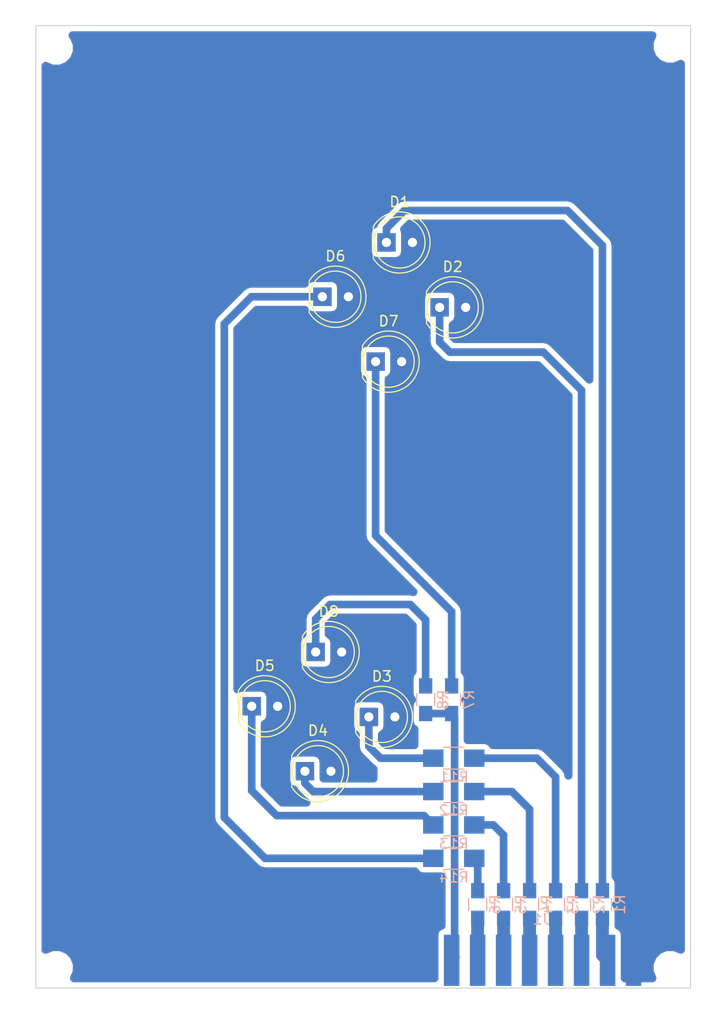
<source format=kicad_pcb>
(kicad_pcb (version 4) (host pcbnew 4.0.7)

  (general
    (links 28)
    (no_connects 0)
    (area -67.5 -2.5 2.500001 97.500001)
    (thickness 1.6)
    (drawings 4)
    (tracks 59)
    (zones 0)
    (modules 25)
    (nets 21)
  )

  (page A4)
  (layers
    (0 F.Cu signal)
    (31 B.Cu signal)
    (32 B.Adhes user)
    (33 F.Adhes user)
    (34 B.Paste user)
    (35 F.Paste user)
    (36 B.SilkS user)
    (37 F.SilkS user)
    (38 B.Mask user)
    (39 F.Mask user)
    (40 Dwgs.User user)
    (41 Cmts.User user)
    (42 Eco1.User user)
    (43 Eco2.User user)
    (44 Edge.Cuts user)
    (45 Margin user)
    (46 B.CrtYd user)
    (47 F.CrtYd user)
    (48 B.Fab user)
    (49 F.Fab user)
  )

  (setup
    (last_trace_width 0.75)
    (user_trace_width 0.5)
    (user_trace_width 0.75)
    (user_trace_width 1)
    (user_trace_width 1.25)
    (user_trace_width 1.5)
    (trace_clearance 0.4)
    (zone_clearance 0.508)
    (zone_45_only no)
    (trace_min 0.2)
    (segment_width 0.2)
    (edge_width 0.2)
    (via_size 0.6)
    (via_drill 0.4)
    (via_min_size 0.4)
    (via_min_drill 0.3)
    (uvia_size 0.3)
    (uvia_drill 0.1)
    (uvias_allowed no)
    (uvia_min_size 0.2)
    (uvia_min_drill 0.1)
    (pcb_text_width 0.3)
    (pcb_text_size 1.5 1.5)
    (mod_edge_width 0.15)
    (mod_text_size 1 1)
    (mod_text_width 0.15)
    (pad_size 1.524 1.524)
    (pad_drill 0.762)
    (pad_to_mask_clearance 0.2)
    (aux_axis_origin 0 0)
    (visible_elements 7FFFFFFF)
    (pcbplotparams
      (layerselection 0x00030_80000001)
      (usegerberextensions false)
      (excludeedgelayer true)
      (linewidth 0.100000)
      (plotframeref false)
      (viasonmask false)
      (mode 1)
      (useauxorigin false)
      (hpglpennumber 1)
      (hpglpenspeed 20)
      (hpglpendiameter 15)
      (hpglpenoverlay 2)
      (psnegative false)
      (psa4output false)
      (plotreference true)
      (plotvalue true)
      (plotinvisibletext false)
      (padsonsilk false)
      (subtractmaskfromsilk false)
      (outputformat 1)
      (mirror false)
      (drillshape 0)
      (scaleselection 1)
      (outputdirectory images/))
  )

  (net 0 "")
  (net 1 VCC)
  (net 2 "Net-(D1-Pad1)")
  (net 3 "Net-(D2-Pad1)")
  (net 4 "Net-(D3-Pad1)")
  (net 5 "Net-(D4-Pad1)")
  (net 6 "Net-(D5-Pad1)")
  (net 7 "Net-(D6-Pad1)")
  (net 8 "Net-(D7-Pad1)")
  (net 9 "Net-(D8-Pad1)")
  (net 10 /SEG_A)
  (net 11 /SEG_B)
  (net 12 /SEG_C)
  (net 13 /SEG_D)
  (net 14 /SEG_E)
  (net 15 /SEG_F)
  (net 16 /SEG_G)
  (net 17 "Net-(R11-Pad2)")
  (net 18 "Net-(R12-Pad2)")
  (net 19 "Net-(R13-Pad2)")
  (net 20 "Net-(R14-Pad2)")

  (net_class Default "This is the default net class."
    (clearance 0.4)
    (trace_width 0.25)
    (via_dia 0.6)
    (via_drill 0.4)
    (uvia_dia 0.3)
    (uvia_drill 0.1)
    (add_net /SEG_A)
    (add_net /SEG_B)
    (add_net /SEG_C)
    (add_net /SEG_D)
    (add_net /SEG_E)
    (add_net /SEG_F)
    (add_net /SEG_G)
    (add_net "Net-(D1-Pad1)")
    (add_net "Net-(D2-Pad1)")
    (add_net "Net-(D3-Pad1)")
    (add_net "Net-(D4-Pad1)")
    (add_net "Net-(D5-Pad1)")
    (add_net "Net-(D6-Pad1)")
    (add_net "Net-(D7-Pad1)")
    (add_net "Net-(D8-Pad1)")
    (add_net "Net-(R11-Pad2)")
    (add_net "Net-(R12-Pad2)")
    (add_net "Net-(R13-Pad2)")
    (add_net "Net-(R14-Pad2)")
    (add_net VCC)
  )

  (module Mounting_Holes:MountingHole_2.2mm_M2 (layer F.Cu) (tedit 5B1DC228) (tstamp 5B1DC51C)
    (at -2 92)
    (descr "Mounting Hole 2.2mm, no annular, M2")
    (tags "mounting hole 2.2mm no annular m2")
    (attr virtual)
    (fp_text reference REF** (at 0 -3.2) (layer F.SilkS) hide
      (effects (font (size 1 1) (thickness 0.15)))
    )
    (fp_text value MountingHole_2.2mm_M2 (at 0 0) (layer F.Fab) hide
      (effects (font (size 0.2 0.2) (thickness 0.05)))
    )
    (fp_text user %R (at 0.3 0) (layer F.Fab)
      (effects (font (size 1 1) (thickness 0.15)))
    )
    (fp_circle (center 0 0) (end 2.2 0) (layer Cmts.User) (width 0.15))
    (fp_circle (center 0 0) (end 2.45 0) (layer F.CrtYd) (width 0.05))
    (pad 1 np_thru_hole circle (at 0 0) (size 2.2 2.2) (drill 2.2) (layers *.Cu *.Mask))
  )

  (module Mounting_Holes:MountingHole_2.2mm_M2 (layer F.Cu) (tedit 5B1DC228) (tstamp 5B1DC279)
    (at -62 92)
    (descr "Mounting Hole 2.2mm, no annular, M2")
    (tags "mounting hole 2.2mm no annular m2")
    (attr virtual)
    (fp_text reference REF** (at 0 -3.2) (layer F.SilkS) hide
      (effects (font (size 1 1) (thickness 0.15)))
    )
    (fp_text value MountingHole_2.2mm_M2 (at 0 0) (layer F.Fab) hide
      (effects (font (size 0.2 0.2) (thickness 0.05)))
    )
    (fp_text user %R (at 0.3 0) (layer F.Fab)
      (effects (font (size 1 1) (thickness 0.15)))
    )
    (fp_circle (center 0 0) (end 2.2 0) (layer Cmts.User) (width 0.15))
    (fp_circle (center 0 0) (end 2.45 0) (layer F.CrtYd) (width 0.05))
    (pad 1 np_thru_hole circle (at 0 0) (size 2.2 2.2) (drill 2.2) (layers *.Cu *.Mask))
  )

  (module Mounting_Holes:MountingHole_2.2mm_M2 (layer F.Cu) (tedit 5B1DC228) (tstamp 5B1DC25E)
    (at -2 2)
    (descr "Mounting Hole 2.2mm, no annular, M2")
    (tags "mounting hole 2.2mm no annular m2")
    (attr virtual)
    (fp_text reference REF** (at 0 -3.2) (layer F.SilkS) hide
      (effects (font (size 1 1) (thickness 0.15)))
    )
    (fp_text value MountingHole_2.2mm_M2 (at 0 0) (layer F.Fab) hide
      (effects (font (size 0.2 0.2) (thickness 0.05)))
    )
    (fp_text user %R (at 0.3 0) (layer F.Fab)
      (effects (font (size 1 1) (thickness 0.15)))
    )
    (fp_circle (center 0 0) (end 2.2 0) (layer Cmts.User) (width 0.15))
    (fp_circle (center 0 0) (end 2.45 0) (layer F.CrtYd) (width 0.05))
    (pad 1 np_thru_hole circle (at 0 0) (size 2.2 2.2) (drill 2.2) (layers *.Cu *.Mask))
  )

  (module LEDs:LED_D5.0mm locked (layer F.Cu) (tedit 5995936A) (tstamp 5B1DB61D)
    (at -29.73 21.18)
    (descr "LED, diameter 5.0mm, 2 pins, http://cdn-reichelt.de/documents/datenblatt/A500/LL-504BC2E-009.pdf")
    (tags "LED diameter 5.0mm 2 pins")
    (path /5B187ADA)
    (fp_text reference D1 (at 1.27 -3.96) (layer F.SilkS)
      (effects (font (size 1 1) (thickness 0.15)))
    )
    (fp_text value A (at 1.27 3.96) (layer F.Fab)
      (effects (font (size 1 1) (thickness 0.15)))
    )
    (fp_arc (start 1.27 0) (end -1.23 -1.469694) (angle 299.1) (layer F.Fab) (width 0.1))
    (fp_arc (start 1.27 0) (end -1.29 -1.54483) (angle 148.9) (layer F.SilkS) (width 0.12))
    (fp_arc (start 1.27 0) (end -1.29 1.54483) (angle -148.9) (layer F.SilkS) (width 0.12))
    (fp_circle (center 1.27 0) (end 3.77 0) (layer F.Fab) (width 0.1))
    (fp_circle (center 1.27 0) (end 3.77 0) (layer F.SilkS) (width 0.12))
    (fp_line (start -1.23 -1.469694) (end -1.23 1.469694) (layer F.Fab) (width 0.1))
    (fp_line (start -1.29 -1.545) (end -1.29 1.545) (layer F.SilkS) (width 0.12))
    (fp_line (start -1.95 -3.25) (end -1.95 3.25) (layer F.CrtYd) (width 0.05))
    (fp_line (start -1.95 3.25) (end 4.5 3.25) (layer F.CrtYd) (width 0.05))
    (fp_line (start 4.5 3.25) (end 4.5 -3.25) (layer F.CrtYd) (width 0.05))
    (fp_line (start 4.5 -3.25) (end -1.95 -3.25) (layer F.CrtYd) (width 0.05))
    (fp_text user %R (at 1.25 0) (layer F.Fab)
      (effects (font (size 0.8 0.8) (thickness 0.2)))
    )
    (pad 1 thru_hole rect (at 0 0) (size 1.8 1.8) (drill 0.9) (layers *.Cu *.Mask)
      (net 2 "Net-(D1-Pad1)"))
    (pad 2 thru_hole circle (at 2.54 0) (size 1.8 1.8) (drill 0.9) (layers *.Cu *.Mask)
      (net 1 VCC))
    (model ${KISYS3DMOD}/LEDs.3dshapes/LED_D5.0mm.wrl
      (at (xyz 0 0 0))
      (scale (xyz 0.393701 0.393701 0.393701))
      (rotate (xyz 0 0 0))
    )
  )

  (module LEDs:LED_D5.0mm locked (layer F.Cu) (tedit 5995936A) (tstamp 5B1DB623)
    (at -24.53 27.52)
    (descr "LED, diameter 5.0mm, 2 pins, http://cdn-reichelt.de/documents/datenblatt/A500/LL-504BC2E-009.pdf")
    (tags "LED diameter 5.0mm 2 pins")
    (path /5B194A88)
    (fp_text reference D2 (at 1.27 -3.96) (layer F.SilkS)
      (effects (font (size 1 1) (thickness 0.15)))
    )
    (fp_text value B (at 1.27 3.96) (layer F.Fab)
      (effects (font (size 1 1) (thickness 0.15)))
    )
    (fp_arc (start 1.27 0) (end -1.23 -1.469694) (angle 299.1) (layer F.Fab) (width 0.1))
    (fp_arc (start 1.27 0) (end -1.29 -1.54483) (angle 148.9) (layer F.SilkS) (width 0.12))
    (fp_arc (start 1.27 0) (end -1.29 1.54483) (angle -148.9) (layer F.SilkS) (width 0.12))
    (fp_circle (center 1.27 0) (end 3.77 0) (layer F.Fab) (width 0.1))
    (fp_circle (center 1.27 0) (end 3.77 0) (layer F.SilkS) (width 0.12))
    (fp_line (start -1.23 -1.469694) (end -1.23 1.469694) (layer F.Fab) (width 0.1))
    (fp_line (start -1.29 -1.545) (end -1.29 1.545) (layer F.SilkS) (width 0.12))
    (fp_line (start -1.95 -3.25) (end -1.95 3.25) (layer F.CrtYd) (width 0.05))
    (fp_line (start -1.95 3.25) (end 4.5 3.25) (layer F.CrtYd) (width 0.05))
    (fp_line (start 4.5 3.25) (end 4.5 -3.25) (layer F.CrtYd) (width 0.05))
    (fp_line (start 4.5 -3.25) (end -1.95 -3.25) (layer F.CrtYd) (width 0.05))
    (fp_text user %R (at 1.25 0) (layer F.Fab)
      (effects (font (size 0.8 0.8) (thickness 0.2)))
    )
    (pad 1 thru_hole rect (at 0 0) (size 1.8 1.8) (drill 0.9) (layers *.Cu *.Mask)
      (net 3 "Net-(D2-Pad1)"))
    (pad 2 thru_hole circle (at 2.54 0) (size 1.8 1.8) (drill 0.9) (layers *.Cu *.Mask)
      (net 1 VCC))
    (model ${KISYS3DMOD}/LEDs.3dshapes/LED_D5.0mm.wrl
      (at (xyz 0 0 0))
      (scale (xyz 0.393701 0.393701 0.393701))
      (rotate (xyz 0 0 0))
    )
  )

  (module LEDs:LED_D5.0mm locked (layer F.Cu) (tedit 5995936A) (tstamp 5B1DB629)
    (at -31.45 67.52)
    (descr "LED, diameter 5.0mm, 2 pins, http://cdn-reichelt.de/documents/datenblatt/A500/LL-504BC2E-009.pdf")
    (tags "LED diameter 5.0mm 2 pins")
    (path /5B194EAA)
    (fp_text reference D3 (at 1.27 -3.96) (layer F.SilkS)
      (effects (font (size 1 1) (thickness 0.15)))
    )
    (fp_text value C (at 1.27 3.96) (layer F.Fab)
      (effects (font (size 1 1) (thickness 0.15)))
    )
    (fp_arc (start 1.27 0) (end -1.23 -1.469694) (angle 299.1) (layer F.Fab) (width 0.1))
    (fp_arc (start 1.27 0) (end -1.29 -1.54483) (angle 148.9) (layer F.SilkS) (width 0.12))
    (fp_arc (start 1.27 0) (end -1.29 1.54483) (angle -148.9) (layer F.SilkS) (width 0.12))
    (fp_circle (center 1.27 0) (end 3.77 0) (layer F.Fab) (width 0.1))
    (fp_circle (center 1.27 0) (end 3.77 0) (layer F.SilkS) (width 0.12))
    (fp_line (start -1.23 -1.469694) (end -1.23 1.469694) (layer F.Fab) (width 0.1))
    (fp_line (start -1.29 -1.545) (end -1.29 1.545) (layer F.SilkS) (width 0.12))
    (fp_line (start -1.95 -3.25) (end -1.95 3.25) (layer F.CrtYd) (width 0.05))
    (fp_line (start -1.95 3.25) (end 4.5 3.25) (layer F.CrtYd) (width 0.05))
    (fp_line (start 4.5 3.25) (end 4.5 -3.25) (layer F.CrtYd) (width 0.05))
    (fp_line (start 4.5 -3.25) (end -1.95 -3.25) (layer F.CrtYd) (width 0.05))
    (fp_text user %R (at 1.25 0) (layer F.Fab)
      (effects (font (size 0.8 0.8) (thickness 0.2)))
    )
    (pad 1 thru_hole rect (at 0 0) (size 1.8 1.8) (drill 0.9) (layers *.Cu *.Mask)
      (net 4 "Net-(D3-Pad1)"))
    (pad 2 thru_hole circle (at 2.54 0) (size 1.8 1.8) (drill 0.9) (layers *.Cu *.Mask)
      (net 1 VCC))
    (model ${KISYS3DMOD}/LEDs.3dshapes/LED_D5.0mm.wrl
      (at (xyz 0 0 0))
      (scale (xyz 0.393701 0.393701 0.393701))
      (rotate (xyz 0 0 0))
    )
  )

  (module LEDs:LED_D5.0mm locked (layer F.Cu) (tedit 5995936A) (tstamp 5B1DB62F)
    (at -37.7 72.82)
    (descr "LED, diameter 5.0mm, 2 pins, http://cdn-reichelt.de/documents/datenblatt/A500/LL-504BC2E-009.pdf")
    (tags "LED diameter 5.0mm 2 pins")
    (path /5B194EE4)
    (fp_text reference D4 (at 1.27 -3.96) (layer F.SilkS)
      (effects (font (size 1 1) (thickness 0.15)))
    )
    (fp_text value D (at 1.27 3.96) (layer F.Fab)
      (effects (font (size 1 1) (thickness 0.15)))
    )
    (fp_arc (start 1.27 0) (end -1.23 -1.469694) (angle 299.1) (layer F.Fab) (width 0.1))
    (fp_arc (start 1.27 0) (end -1.29 -1.54483) (angle 148.9) (layer F.SilkS) (width 0.12))
    (fp_arc (start 1.27 0) (end -1.29 1.54483) (angle -148.9) (layer F.SilkS) (width 0.12))
    (fp_circle (center 1.27 0) (end 3.77 0) (layer F.Fab) (width 0.1))
    (fp_circle (center 1.27 0) (end 3.77 0) (layer F.SilkS) (width 0.12))
    (fp_line (start -1.23 -1.469694) (end -1.23 1.469694) (layer F.Fab) (width 0.1))
    (fp_line (start -1.29 -1.545) (end -1.29 1.545) (layer F.SilkS) (width 0.12))
    (fp_line (start -1.95 -3.25) (end -1.95 3.25) (layer F.CrtYd) (width 0.05))
    (fp_line (start -1.95 3.25) (end 4.5 3.25) (layer F.CrtYd) (width 0.05))
    (fp_line (start 4.5 3.25) (end 4.5 -3.25) (layer F.CrtYd) (width 0.05))
    (fp_line (start 4.5 -3.25) (end -1.95 -3.25) (layer F.CrtYd) (width 0.05))
    (fp_text user %R (at 1.25 0) (layer F.Fab)
      (effects (font (size 0.8 0.8) (thickness 0.2)))
    )
    (pad 1 thru_hole rect (at 0 0) (size 1.8 1.8) (drill 0.9) (layers *.Cu *.Mask)
      (net 5 "Net-(D4-Pad1)"))
    (pad 2 thru_hole circle (at 2.54 0) (size 1.8 1.8) (drill 0.9) (layers *.Cu *.Mask)
      (net 1 VCC))
    (model ${KISYS3DMOD}/LEDs.3dshapes/LED_D5.0mm.wrl
      (at (xyz 0 0 0))
      (scale (xyz 0.393701 0.393701 0.393701))
      (rotate (xyz 0 0 0))
    )
  )

  (module LEDs:LED_D5.0mm locked (layer F.Cu) (tedit 5995936A) (tstamp 5B1DB635)
    (at -42.9 66.48)
    (descr "LED, diameter 5.0mm, 2 pins, http://cdn-reichelt.de/documents/datenblatt/A500/LL-504BC2E-009.pdf")
    (tags "LED diameter 5.0mm 2 pins")
    (path /5B1956A6)
    (fp_text reference D5 (at 1.27 -3.96) (layer F.SilkS)
      (effects (font (size 1 1) (thickness 0.15)))
    )
    (fp_text value E (at 1.27 3.96) (layer F.Fab)
      (effects (font (size 1 1) (thickness 0.15)))
    )
    (fp_arc (start 1.27 0) (end -1.23 -1.469694) (angle 299.1) (layer F.Fab) (width 0.1))
    (fp_arc (start 1.27 0) (end -1.29 -1.54483) (angle 148.9) (layer F.SilkS) (width 0.12))
    (fp_arc (start 1.27 0) (end -1.29 1.54483) (angle -148.9) (layer F.SilkS) (width 0.12))
    (fp_circle (center 1.27 0) (end 3.77 0) (layer F.Fab) (width 0.1))
    (fp_circle (center 1.27 0) (end 3.77 0) (layer F.SilkS) (width 0.12))
    (fp_line (start -1.23 -1.469694) (end -1.23 1.469694) (layer F.Fab) (width 0.1))
    (fp_line (start -1.29 -1.545) (end -1.29 1.545) (layer F.SilkS) (width 0.12))
    (fp_line (start -1.95 -3.25) (end -1.95 3.25) (layer F.CrtYd) (width 0.05))
    (fp_line (start -1.95 3.25) (end 4.5 3.25) (layer F.CrtYd) (width 0.05))
    (fp_line (start 4.5 3.25) (end 4.5 -3.25) (layer F.CrtYd) (width 0.05))
    (fp_line (start 4.5 -3.25) (end -1.95 -3.25) (layer F.CrtYd) (width 0.05))
    (fp_text user %R (at 1.25 0) (layer F.Fab)
      (effects (font (size 0.8 0.8) (thickness 0.2)))
    )
    (pad 1 thru_hole rect (at 0 0) (size 1.8 1.8) (drill 0.9) (layers *.Cu *.Mask)
      (net 6 "Net-(D5-Pad1)"))
    (pad 2 thru_hole circle (at 2.54 0) (size 1.8 1.8) (drill 0.9) (layers *.Cu *.Mask)
      (net 1 VCC))
    (model ${KISYS3DMOD}/LEDs.3dshapes/LED_D5.0mm.wrl
      (at (xyz 0 0 0))
      (scale (xyz 0.393701 0.393701 0.393701))
      (rotate (xyz 0 0 0))
    )
  )

  (module LEDs:LED_D5.0mm locked (layer F.Cu) (tedit 5995936A) (tstamp 5B1DB63B)
    (at -35.99 26.48)
    (descr "LED, diameter 5.0mm, 2 pins, http://cdn-reichelt.de/documents/datenblatt/A500/LL-504BC2E-009.pdf")
    (tags "LED diameter 5.0mm 2 pins")
    (path /5B1956E0)
    (fp_text reference D6 (at 1.27 -3.96) (layer F.SilkS)
      (effects (font (size 1 1) (thickness 0.15)))
    )
    (fp_text value F (at 1.27 3.96) (layer F.Fab)
      (effects (font (size 1 1) (thickness 0.15)))
    )
    (fp_arc (start 1.27 0) (end -1.23 -1.469694) (angle 299.1) (layer F.Fab) (width 0.1))
    (fp_arc (start 1.27 0) (end -1.29 -1.54483) (angle 148.9) (layer F.SilkS) (width 0.12))
    (fp_arc (start 1.27 0) (end -1.29 1.54483) (angle -148.9) (layer F.SilkS) (width 0.12))
    (fp_circle (center 1.27 0) (end 3.77 0) (layer F.Fab) (width 0.1))
    (fp_circle (center 1.27 0) (end 3.77 0) (layer F.SilkS) (width 0.12))
    (fp_line (start -1.23 -1.469694) (end -1.23 1.469694) (layer F.Fab) (width 0.1))
    (fp_line (start -1.29 -1.545) (end -1.29 1.545) (layer F.SilkS) (width 0.12))
    (fp_line (start -1.95 -3.25) (end -1.95 3.25) (layer F.CrtYd) (width 0.05))
    (fp_line (start -1.95 3.25) (end 4.5 3.25) (layer F.CrtYd) (width 0.05))
    (fp_line (start 4.5 3.25) (end 4.5 -3.25) (layer F.CrtYd) (width 0.05))
    (fp_line (start 4.5 -3.25) (end -1.95 -3.25) (layer F.CrtYd) (width 0.05))
    (fp_text user %R (at 1.25 0) (layer F.Fab)
      (effects (font (size 0.8 0.8) (thickness 0.2)))
    )
    (pad 1 thru_hole rect (at 0 0) (size 1.8 1.8) (drill 0.9) (layers *.Cu *.Mask)
      (net 7 "Net-(D6-Pad1)"))
    (pad 2 thru_hole circle (at 2.54 0) (size 1.8 1.8) (drill 0.9) (layers *.Cu *.Mask)
      (net 1 VCC))
    (model ${KISYS3DMOD}/LEDs.3dshapes/LED_D5.0mm.wrl
      (at (xyz 0 0 0))
      (scale (xyz 0.393701 0.393701 0.393701))
      (rotate (xyz 0 0 0))
    )
  )

  (module LEDs:LED_D5.0mm locked (layer F.Cu) (tedit 5995936A) (tstamp 5B1DB641)
    (at -30.79 32.82)
    (descr "LED, diameter 5.0mm, 2 pins, http://cdn-reichelt.de/documents/datenblatt/A500/LL-504BC2E-009.pdf")
    (tags "LED diameter 5.0mm 2 pins")
    (path /5B19571A)
    (fp_text reference D7 (at 1.27 -3.96) (layer F.SilkS)
      (effects (font (size 1 1) (thickness 0.15)))
    )
    (fp_text value G (at 1.27 3.96) (layer F.Fab)
      (effects (font (size 1 1) (thickness 0.15)))
    )
    (fp_arc (start 1.27 0) (end -1.23 -1.469694) (angle 299.1) (layer F.Fab) (width 0.1))
    (fp_arc (start 1.27 0) (end -1.29 -1.54483) (angle 148.9) (layer F.SilkS) (width 0.12))
    (fp_arc (start 1.27 0) (end -1.29 1.54483) (angle -148.9) (layer F.SilkS) (width 0.12))
    (fp_circle (center 1.27 0) (end 3.77 0) (layer F.Fab) (width 0.1))
    (fp_circle (center 1.27 0) (end 3.77 0) (layer F.SilkS) (width 0.12))
    (fp_line (start -1.23 -1.469694) (end -1.23 1.469694) (layer F.Fab) (width 0.1))
    (fp_line (start -1.29 -1.545) (end -1.29 1.545) (layer F.SilkS) (width 0.12))
    (fp_line (start -1.95 -3.25) (end -1.95 3.25) (layer F.CrtYd) (width 0.05))
    (fp_line (start -1.95 3.25) (end 4.5 3.25) (layer F.CrtYd) (width 0.05))
    (fp_line (start 4.5 3.25) (end 4.5 -3.25) (layer F.CrtYd) (width 0.05))
    (fp_line (start 4.5 -3.25) (end -1.95 -3.25) (layer F.CrtYd) (width 0.05))
    (fp_text user %R (at 1.25 0) (layer F.Fab)
      (effects (font (size 0.8 0.8) (thickness 0.2)))
    )
    (pad 1 thru_hole rect (at 0 0) (size 1.8 1.8) (drill 0.9) (layers *.Cu *.Mask)
      (net 8 "Net-(D7-Pad1)"))
    (pad 2 thru_hole circle (at 2.54 0) (size 1.8 1.8) (drill 0.9) (layers *.Cu *.Mask)
      (net 1 VCC))
    (model ${KISYS3DMOD}/LEDs.3dshapes/LED_D5.0mm.wrl
      (at (xyz 0 0 0))
      (scale (xyz 0.393701 0.393701 0.393701))
      (rotate (xyz 0 0 0))
    )
  )

  (module LEDs:LED_D5.0mm locked (layer F.Cu) (tedit 5995936A) (tstamp 5B1DB647)
    (at -36.65 61.18)
    (descr "LED, diameter 5.0mm, 2 pins, http://cdn-reichelt.de/documents/datenblatt/A500/LL-504BC2E-009.pdf")
    (tags "LED diameter 5.0mm 2 pins")
    (path /5B195754)
    (fp_text reference D8 (at 1.27 -3.96) (layer F.SilkS)
      (effects (font (size 1 1) (thickness 0.15)))
    )
    (fp_text value G (at 1.27 3.96) (layer F.Fab)
      (effects (font (size 1 1) (thickness 0.15)))
    )
    (fp_arc (start 1.27 0) (end -1.23 -1.469694) (angle 299.1) (layer F.Fab) (width 0.1))
    (fp_arc (start 1.27 0) (end -1.29 -1.54483) (angle 148.9) (layer F.SilkS) (width 0.12))
    (fp_arc (start 1.27 0) (end -1.29 1.54483) (angle -148.9) (layer F.SilkS) (width 0.12))
    (fp_circle (center 1.27 0) (end 3.77 0) (layer F.Fab) (width 0.1))
    (fp_circle (center 1.27 0) (end 3.77 0) (layer F.SilkS) (width 0.12))
    (fp_line (start -1.23 -1.469694) (end -1.23 1.469694) (layer F.Fab) (width 0.1))
    (fp_line (start -1.29 -1.545) (end -1.29 1.545) (layer F.SilkS) (width 0.12))
    (fp_line (start -1.95 -3.25) (end -1.95 3.25) (layer F.CrtYd) (width 0.05))
    (fp_line (start -1.95 3.25) (end 4.5 3.25) (layer F.CrtYd) (width 0.05))
    (fp_line (start 4.5 3.25) (end 4.5 -3.25) (layer F.CrtYd) (width 0.05))
    (fp_line (start 4.5 -3.25) (end -1.95 -3.25) (layer F.CrtYd) (width 0.05))
    (fp_text user %R (at 1.25 0) (layer F.Fab)
      (effects (font (size 0.8 0.8) (thickness 0.2)))
    )
    (pad 1 thru_hole rect (at 0 0) (size 1.8 1.8) (drill 0.9) (layers *.Cu *.Mask)
      (net 9 "Net-(D8-Pad1)"))
    (pad 2 thru_hole circle (at 2.54 0) (size 1.8 1.8) (drill 0.9) (layers *.Cu *.Mask)
      (net 1 VCC))
    (model ${KISYS3DMOD}/LEDs.3dshapes/LED_D5.0mm.wrl
      (at (xyz 0 0 0))
      (scale (xyz 0.393701 0.393701 0.393701))
      (rotate (xyz 0 0 0))
    )
  )

  (module Header:Header_01x08_SMDedTHT (layer B.Cu) (tedit 5B1DB505) (tstamp 5B1DB657)
    (at -5.58 91.29 90)
    (path /5B1DE3F1)
    (fp_text reference J1 (at 4 -9 360) (layer B.SilkS)
      (effects (font (size 1 1) (thickness 0.15)) (justify mirror))
    )
    (fp_text value IO (at 0 -9 360) (layer B.Fab)
      (effects (font (size 1 1) (thickness 0.15)) (justify mirror))
    )
    (fp_line (start -3 -19) (end -3 1) (layer B.CrtYd) (width 0.15))
    (fp_line (start 3 -19) (end -3 -19) (layer B.CrtYd) (width 0.15))
    (fp_line (start 3 1) (end 3 -19) (layer B.CrtYd) (width 0.15))
    (fp_line (start -3 1) (end 3 1) (layer B.CrtYd) (width 0.15))
    (pad 1 smd rect (at 0 0 90) (size 5 1.524) (layers B.Cu B.Paste B.Mask)
      (net 1 VCC))
    (pad 2 smd rect (at 0 -2.54 90) (size 5 1.524) (layers B.Cu B.Paste B.Mask)
      (net 10 /SEG_A))
    (pad 3 smd rect (at 0 -5.08 90) (size 5 1.524) (layers B.Cu B.Paste B.Mask)
      (net 11 /SEG_B))
    (pad 4 smd rect (at 0 -7.62 90) (size 5 1.524) (layers B.Cu B.Paste B.Mask)
      (net 12 /SEG_C))
    (pad 5 smd rect (at 0 -10.16 90) (size 5 1.524) (layers B.Cu B.Paste B.Mask)
      (net 13 /SEG_D))
    (pad 6 smd rect (at 0 -12.7 90) (size 5 1.524) (layers B.Cu B.Paste B.Mask)
      (net 14 /SEG_E))
    (pad 7 smd rect (at 0 -15.24 90) (size 5 1.524) (layers B.Cu B.Paste B.Mask)
      (net 15 /SEG_F))
    (pad 8 smd rect (at 0 -17.78 90) (size 5 1.524) (layers B.Cu B.Paste B.Mask)
      (net 16 /SEG_G))
  )

  (module Resistors_SMD:R_0805_HandSoldering (layer B.Cu) (tedit 58E0A804) (tstamp 5B1DB826)
    (at -8.62 85.84 90)
    (descr "Resistor SMD 0805, hand soldering")
    (tags "resistor 0805")
    (path /5B18849E)
    (attr smd)
    (fp_text reference R1 (at 0 1.7 90) (layer B.SilkS)
      (effects (font (size 1 1) (thickness 0.15)) (justify mirror))
    )
    (fp_text value 150 (at 0 -1.75 90) (layer B.Fab)
      (effects (font (size 1 1) (thickness 0.15)) (justify mirror))
    )
    (fp_text user %R (at 0 0 90) (layer B.Fab)
      (effects (font (size 0.5 0.5) (thickness 0.075)) (justify mirror))
    )
    (fp_line (start -1 -0.62) (end -1 0.62) (layer B.Fab) (width 0.1))
    (fp_line (start 1 -0.62) (end -1 -0.62) (layer B.Fab) (width 0.1))
    (fp_line (start 1 0.62) (end 1 -0.62) (layer B.Fab) (width 0.1))
    (fp_line (start -1 0.62) (end 1 0.62) (layer B.Fab) (width 0.1))
    (fp_line (start 0.6 -0.88) (end -0.6 -0.88) (layer B.SilkS) (width 0.12))
    (fp_line (start -0.6 0.88) (end 0.6 0.88) (layer B.SilkS) (width 0.12))
    (fp_line (start -2.35 0.9) (end 2.35 0.9) (layer B.CrtYd) (width 0.05))
    (fp_line (start -2.35 0.9) (end -2.35 -0.9) (layer B.CrtYd) (width 0.05))
    (fp_line (start 2.35 -0.9) (end 2.35 0.9) (layer B.CrtYd) (width 0.05))
    (fp_line (start 2.35 -0.9) (end -2.35 -0.9) (layer B.CrtYd) (width 0.05))
    (pad 1 smd rect (at -1.35 0 90) (size 1.5 1.3) (layers B.Cu B.Paste B.Mask)
      (net 10 /SEG_A))
    (pad 2 smd rect (at 1.35 0 90) (size 1.5 1.3) (layers B.Cu B.Paste B.Mask)
      (net 2 "Net-(D1-Pad1)"))
    (model ${KISYS3DMOD}/Resistors_SMD.3dshapes/R_0805.wrl
      (at (xyz 0 0 0))
      (scale (xyz 1 1 1))
      (rotate (xyz 0 0 0))
    )
  )

  (module Resistors_SMD:R_0805_HandSoldering (layer B.Cu) (tedit 58E0A804) (tstamp 5B1DB82C)
    (at -10.66 85.84 90)
    (descr "Resistor SMD 0805, hand soldering")
    (tags "resistor 0805")
    (path /5B194AA2)
    (attr smd)
    (fp_text reference R2 (at 0 1.7 90) (layer B.SilkS)
      (effects (font (size 1 1) (thickness 0.15)) (justify mirror))
    )
    (fp_text value 150 (at 0 -1.75 90) (layer B.Fab)
      (effects (font (size 1 1) (thickness 0.15)) (justify mirror))
    )
    (fp_text user %R (at 0 0 90) (layer B.Fab)
      (effects (font (size 0.5 0.5) (thickness 0.075)) (justify mirror))
    )
    (fp_line (start -1 -0.62) (end -1 0.62) (layer B.Fab) (width 0.1))
    (fp_line (start 1 -0.62) (end -1 -0.62) (layer B.Fab) (width 0.1))
    (fp_line (start 1 0.62) (end 1 -0.62) (layer B.Fab) (width 0.1))
    (fp_line (start -1 0.62) (end 1 0.62) (layer B.Fab) (width 0.1))
    (fp_line (start 0.6 -0.88) (end -0.6 -0.88) (layer B.SilkS) (width 0.12))
    (fp_line (start -0.6 0.88) (end 0.6 0.88) (layer B.SilkS) (width 0.12))
    (fp_line (start -2.35 0.9) (end 2.35 0.9) (layer B.CrtYd) (width 0.05))
    (fp_line (start -2.35 0.9) (end -2.35 -0.9) (layer B.CrtYd) (width 0.05))
    (fp_line (start 2.35 -0.9) (end 2.35 0.9) (layer B.CrtYd) (width 0.05))
    (fp_line (start 2.35 -0.9) (end -2.35 -0.9) (layer B.CrtYd) (width 0.05))
    (pad 1 smd rect (at -1.35 0 90) (size 1.5 1.3) (layers B.Cu B.Paste B.Mask)
      (net 11 /SEG_B))
    (pad 2 smd rect (at 1.35 0 90) (size 1.5 1.3) (layers B.Cu B.Paste B.Mask)
      (net 3 "Net-(D2-Pad1)"))
    (model ${KISYS3DMOD}/Resistors_SMD.3dshapes/R_0805.wrl
      (at (xyz 0 0 0))
      (scale (xyz 1 1 1))
      (rotate (xyz 0 0 0))
    )
  )

  (module Resistors_SMD:R_0805_HandSoldering (layer B.Cu) (tedit 58E0A804) (tstamp 5B1DB832)
    (at -13.2 85.84 90)
    (descr "Resistor SMD 0805, hand soldering")
    (tags "resistor 0805")
    (path /5B194EC4)
    (attr smd)
    (fp_text reference R3 (at 0 1.7 90) (layer B.SilkS)
      (effects (font (size 1 1) (thickness 0.15)) (justify mirror))
    )
    (fp_text value 150 (at 0 -1.75 90) (layer B.Fab)
      (effects (font (size 1 1) (thickness 0.15)) (justify mirror))
    )
    (fp_text user %R (at 0 0 90) (layer B.Fab)
      (effects (font (size 0.5 0.5) (thickness 0.075)) (justify mirror))
    )
    (fp_line (start -1 -0.62) (end -1 0.62) (layer B.Fab) (width 0.1))
    (fp_line (start 1 -0.62) (end -1 -0.62) (layer B.Fab) (width 0.1))
    (fp_line (start 1 0.62) (end 1 -0.62) (layer B.Fab) (width 0.1))
    (fp_line (start -1 0.62) (end 1 0.62) (layer B.Fab) (width 0.1))
    (fp_line (start 0.6 -0.88) (end -0.6 -0.88) (layer B.SilkS) (width 0.12))
    (fp_line (start -0.6 0.88) (end 0.6 0.88) (layer B.SilkS) (width 0.12))
    (fp_line (start -2.35 0.9) (end 2.35 0.9) (layer B.CrtYd) (width 0.05))
    (fp_line (start -2.35 0.9) (end -2.35 -0.9) (layer B.CrtYd) (width 0.05))
    (fp_line (start 2.35 -0.9) (end 2.35 0.9) (layer B.CrtYd) (width 0.05))
    (fp_line (start 2.35 -0.9) (end -2.35 -0.9) (layer B.CrtYd) (width 0.05))
    (pad 1 smd rect (at -1.35 0 90) (size 1.5 1.3) (layers B.Cu B.Paste B.Mask)
      (net 12 /SEG_C))
    (pad 2 smd rect (at 1.35 0 90) (size 1.5 1.3) (layers B.Cu B.Paste B.Mask)
      (net 17 "Net-(R11-Pad2)"))
    (model ${KISYS3DMOD}/Resistors_SMD.3dshapes/R_0805.wrl
      (at (xyz 0 0 0))
      (scale (xyz 1 1 1))
      (rotate (xyz 0 0 0))
    )
  )

  (module Resistors_SMD:R_0805_HandSoldering (layer B.Cu) (tedit 58E0A804) (tstamp 5B1DB838)
    (at -15.74 85.84 90)
    (descr "Resistor SMD 0805, hand soldering")
    (tags "resistor 0805")
    (path /5B194EFE)
    (attr smd)
    (fp_text reference R4 (at 0 1.7 90) (layer B.SilkS)
      (effects (font (size 1 1) (thickness 0.15)) (justify mirror))
    )
    (fp_text value 150 (at 0 -1.75 90) (layer B.Fab)
      (effects (font (size 1 1) (thickness 0.15)) (justify mirror))
    )
    (fp_text user %R (at 0 0 90) (layer B.Fab)
      (effects (font (size 0.5 0.5) (thickness 0.075)) (justify mirror))
    )
    (fp_line (start -1 -0.62) (end -1 0.62) (layer B.Fab) (width 0.1))
    (fp_line (start 1 -0.62) (end -1 -0.62) (layer B.Fab) (width 0.1))
    (fp_line (start 1 0.62) (end 1 -0.62) (layer B.Fab) (width 0.1))
    (fp_line (start -1 0.62) (end 1 0.62) (layer B.Fab) (width 0.1))
    (fp_line (start 0.6 -0.88) (end -0.6 -0.88) (layer B.SilkS) (width 0.12))
    (fp_line (start -0.6 0.88) (end 0.6 0.88) (layer B.SilkS) (width 0.12))
    (fp_line (start -2.35 0.9) (end 2.35 0.9) (layer B.CrtYd) (width 0.05))
    (fp_line (start -2.35 0.9) (end -2.35 -0.9) (layer B.CrtYd) (width 0.05))
    (fp_line (start 2.35 -0.9) (end 2.35 0.9) (layer B.CrtYd) (width 0.05))
    (fp_line (start 2.35 -0.9) (end -2.35 -0.9) (layer B.CrtYd) (width 0.05))
    (pad 1 smd rect (at -1.35 0 90) (size 1.5 1.3) (layers B.Cu B.Paste B.Mask)
      (net 13 /SEG_D))
    (pad 2 smd rect (at 1.35 0 90) (size 1.5 1.3) (layers B.Cu B.Paste B.Mask)
      (net 18 "Net-(R12-Pad2)"))
    (model ${KISYS3DMOD}/Resistors_SMD.3dshapes/R_0805.wrl
      (at (xyz 0 0 0))
      (scale (xyz 1 1 1))
      (rotate (xyz 0 0 0))
    )
  )

  (module Resistors_SMD:R_0805_HandSoldering (layer B.Cu) (tedit 58E0A804) (tstamp 5B1DB83E)
    (at -18.28 85.84 90)
    (descr "Resistor SMD 0805, hand soldering")
    (tags "resistor 0805")
    (path /5B1956C0)
    (attr smd)
    (fp_text reference R5 (at 0 1.7 90) (layer B.SilkS)
      (effects (font (size 1 1) (thickness 0.15)) (justify mirror))
    )
    (fp_text value 150 (at 0 -1.75 90) (layer B.Fab)
      (effects (font (size 1 1) (thickness 0.15)) (justify mirror))
    )
    (fp_text user %R (at 0 0 90) (layer B.Fab)
      (effects (font (size 0.5 0.5) (thickness 0.075)) (justify mirror))
    )
    (fp_line (start -1 -0.62) (end -1 0.62) (layer B.Fab) (width 0.1))
    (fp_line (start 1 -0.62) (end -1 -0.62) (layer B.Fab) (width 0.1))
    (fp_line (start 1 0.62) (end 1 -0.62) (layer B.Fab) (width 0.1))
    (fp_line (start -1 0.62) (end 1 0.62) (layer B.Fab) (width 0.1))
    (fp_line (start 0.6 -0.88) (end -0.6 -0.88) (layer B.SilkS) (width 0.12))
    (fp_line (start -0.6 0.88) (end 0.6 0.88) (layer B.SilkS) (width 0.12))
    (fp_line (start -2.35 0.9) (end 2.35 0.9) (layer B.CrtYd) (width 0.05))
    (fp_line (start -2.35 0.9) (end -2.35 -0.9) (layer B.CrtYd) (width 0.05))
    (fp_line (start 2.35 -0.9) (end 2.35 0.9) (layer B.CrtYd) (width 0.05))
    (fp_line (start 2.35 -0.9) (end -2.35 -0.9) (layer B.CrtYd) (width 0.05))
    (pad 1 smd rect (at -1.35 0 90) (size 1.5 1.3) (layers B.Cu B.Paste B.Mask)
      (net 14 /SEG_E))
    (pad 2 smd rect (at 1.35 0 90) (size 1.5 1.3) (layers B.Cu B.Paste B.Mask)
      (net 19 "Net-(R13-Pad2)"))
    (model ${KISYS3DMOD}/Resistors_SMD.3dshapes/R_0805.wrl
      (at (xyz 0 0 0))
      (scale (xyz 1 1 1))
      (rotate (xyz 0 0 0))
    )
  )

  (module Resistors_SMD:R_0805_HandSoldering (layer B.Cu) (tedit 58E0A804) (tstamp 5B1DB844)
    (at -20.81 85.84 90)
    (descr "Resistor SMD 0805, hand soldering")
    (tags "resistor 0805")
    (path /5B1956FA)
    (attr smd)
    (fp_text reference R6 (at 0 1.7 90) (layer B.SilkS)
      (effects (font (size 1 1) (thickness 0.15)) (justify mirror))
    )
    (fp_text value 150 (at 0 -1.75 90) (layer B.Fab)
      (effects (font (size 1 1) (thickness 0.15)) (justify mirror))
    )
    (fp_text user %R (at 0 0 90) (layer B.Fab)
      (effects (font (size 0.5 0.5) (thickness 0.075)) (justify mirror))
    )
    (fp_line (start -1 -0.62) (end -1 0.62) (layer B.Fab) (width 0.1))
    (fp_line (start 1 -0.62) (end -1 -0.62) (layer B.Fab) (width 0.1))
    (fp_line (start 1 0.62) (end 1 -0.62) (layer B.Fab) (width 0.1))
    (fp_line (start -1 0.62) (end 1 0.62) (layer B.Fab) (width 0.1))
    (fp_line (start 0.6 -0.88) (end -0.6 -0.88) (layer B.SilkS) (width 0.12))
    (fp_line (start -0.6 0.88) (end 0.6 0.88) (layer B.SilkS) (width 0.12))
    (fp_line (start -2.35 0.9) (end 2.35 0.9) (layer B.CrtYd) (width 0.05))
    (fp_line (start -2.35 0.9) (end -2.35 -0.9) (layer B.CrtYd) (width 0.05))
    (fp_line (start 2.35 -0.9) (end 2.35 0.9) (layer B.CrtYd) (width 0.05))
    (fp_line (start 2.35 -0.9) (end -2.35 -0.9) (layer B.CrtYd) (width 0.05))
    (pad 1 smd rect (at -1.35 0 90) (size 1.5 1.3) (layers B.Cu B.Paste B.Mask)
      (net 15 /SEG_F))
    (pad 2 smd rect (at 1.35 0 90) (size 1.5 1.3) (layers B.Cu B.Paste B.Mask)
      (net 20 "Net-(R14-Pad2)"))
    (model ${KISYS3DMOD}/Resistors_SMD.3dshapes/R_0805.wrl
      (at (xyz 0 0 0))
      (scale (xyz 1 1 1))
      (rotate (xyz 0 0 0))
    )
  )

  (module Resistors_SMD:R_0805_HandSoldering (layer B.Cu) (tedit 58E0A804) (tstamp 5B1DB84A)
    (at -23.36 65.84 90)
    (descr "Resistor SMD 0805, hand soldering")
    (tags "resistor 0805")
    (path /5B195734)
    (attr smd)
    (fp_text reference R7 (at 0 1.7 90) (layer B.SilkS)
      (effects (font (size 1 1) (thickness 0.15)) (justify mirror))
    )
    (fp_text value 150 (at 0 -1.75 90) (layer B.Fab)
      (effects (font (size 1 1) (thickness 0.15)) (justify mirror))
    )
    (fp_text user %R (at 0 0 90) (layer B.Fab)
      (effects (font (size 0.5 0.5) (thickness 0.075)) (justify mirror))
    )
    (fp_line (start -1 -0.62) (end -1 0.62) (layer B.Fab) (width 0.1))
    (fp_line (start 1 -0.62) (end -1 -0.62) (layer B.Fab) (width 0.1))
    (fp_line (start 1 0.62) (end 1 -0.62) (layer B.Fab) (width 0.1))
    (fp_line (start -1 0.62) (end 1 0.62) (layer B.Fab) (width 0.1))
    (fp_line (start 0.6 -0.88) (end -0.6 -0.88) (layer B.SilkS) (width 0.12))
    (fp_line (start -0.6 0.88) (end 0.6 0.88) (layer B.SilkS) (width 0.12))
    (fp_line (start -2.35 0.9) (end 2.35 0.9) (layer B.CrtYd) (width 0.05))
    (fp_line (start -2.35 0.9) (end -2.35 -0.9) (layer B.CrtYd) (width 0.05))
    (fp_line (start 2.35 -0.9) (end 2.35 0.9) (layer B.CrtYd) (width 0.05))
    (fp_line (start 2.35 -0.9) (end -2.35 -0.9) (layer B.CrtYd) (width 0.05))
    (pad 1 smd rect (at -1.35 0 90) (size 1.5 1.3) (layers B.Cu B.Paste B.Mask)
      (net 16 /SEG_G))
    (pad 2 smd rect (at 1.35 0 90) (size 1.5 1.3) (layers B.Cu B.Paste B.Mask)
      (net 8 "Net-(D7-Pad1)"))
    (model ${KISYS3DMOD}/Resistors_SMD.3dshapes/R_0805.wrl
      (at (xyz 0 0 0))
      (scale (xyz 1 1 1))
      (rotate (xyz 0 0 0))
    )
  )

  (module Resistors_SMD:R_0805_HandSoldering (layer B.Cu) (tedit 58E0A804) (tstamp 5B1DB850)
    (at -25.9 65.84 90)
    (descr "Resistor SMD 0805, hand soldering")
    (tags "resistor 0805")
    (path /5B19576E)
    (attr smd)
    (fp_text reference R8 (at 0 1.7 90) (layer B.SilkS)
      (effects (font (size 1 1) (thickness 0.15)) (justify mirror))
    )
    (fp_text value 150 (at 0 -1.75 90) (layer B.Fab)
      (effects (font (size 1 1) (thickness 0.15)) (justify mirror))
    )
    (fp_text user %R (at 0 0 90) (layer B.Fab)
      (effects (font (size 0.5 0.5) (thickness 0.075)) (justify mirror))
    )
    (fp_line (start -1 -0.62) (end -1 0.62) (layer B.Fab) (width 0.1))
    (fp_line (start 1 -0.62) (end -1 -0.62) (layer B.Fab) (width 0.1))
    (fp_line (start 1 0.62) (end 1 -0.62) (layer B.Fab) (width 0.1))
    (fp_line (start -1 0.62) (end 1 0.62) (layer B.Fab) (width 0.1))
    (fp_line (start 0.6 -0.88) (end -0.6 -0.88) (layer B.SilkS) (width 0.12))
    (fp_line (start -0.6 0.88) (end 0.6 0.88) (layer B.SilkS) (width 0.12))
    (fp_line (start -2.35 0.9) (end 2.35 0.9) (layer B.CrtYd) (width 0.05))
    (fp_line (start -2.35 0.9) (end -2.35 -0.9) (layer B.CrtYd) (width 0.05))
    (fp_line (start 2.35 -0.9) (end 2.35 0.9) (layer B.CrtYd) (width 0.05))
    (fp_line (start 2.35 -0.9) (end -2.35 -0.9) (layer B.CrtYd) (width 0.05))
    (pad 1 smd rect (at -1.35 0 90) (size 1.5 1.3) (layers B.Cu B.Paste B.Mask)
      (net 16 /SEG_G))
    (pad 2 smd rect (at 1.35 0 90) (size 1.5 1.3) (layers B.Cu B.Paste B.Mask)
      (net 9 "Net-(D8-Pad1)"))
    (model ${KISYS3DMOD}/Resistors_SMD.3dshapes/R_0805.wrl
      (at (xyz 0 0 0))
      (scale (xyz 1 1 1))
      (rotate (xyz 0 0 0))
    )
  )

  (module Resistors_SMD:R_1206_HandSoldering (layer B.Cu) (tedit 58E0A804) (tstamp 5B1DBBA6)
    (at -23.15 71.55)
    (descr "Resistor SMD 1206, hand soldering")
    (tags "resistor 1206")
    (path /5B1EB81C)
    (attr smd)
    (fp_text reference R11 (at 0 1.85) (layer B.SilkS)
      (effects (font (size 1 1) (thickness 0.15)) (justify mirror))
    )
    (fp_text value 0 (at 0 -1.9) (layer B.Fab)
      (effects (font (size 1 1) (thickness 0.15)) (justify mirror))
    )
    (fp_text user %R (at 0 0) (layer B.Fab)
      (effects (font (size 0.7 0.7) (thickness 0.105)) (justify mirror))
    )
    (fp_line (start -1.6 -0.8) (end -1.6 0.8) (layer B.Fab) (width 0.1))
    (fp_line (start 1.6 -0.8) (end -1.6 -0.8) (layer B.Fab) (width 0.1))
    (fp_line (start 1.6 0.8) (end 1.6 -0.8) (layer B.Fab) (width 0.1))
    (fp_line (start -1.6 0.8) (end 1.6 0.8) (layer B.Fab) (width 0.1))
    (fp_line (start 1 -1.07) (end -1 -1.07) (layer B.SilkS) (width 0.12))
    (fp_line (start -1 1.07) (end 1 1.07) (layer B.SilkS) (width 0.12))
    (fp_line (start -3.25 1.11) (end 3.25 1.11) (layer B.CrtYd) (width 0.05))
    (fp_line (start -3.25 1.11) (end -3.25 -1.1) (layer B.CrtYd) (width 0.05))
    (fp_line (start 3.25 -1.1) (end 3.25 1.11) (layer B.CrtYd) (width 0.05))
    (fp_line (start 3.25 -1.1) (end -3.25 -1.1) (layer B.CrtYd) (width 0.05))
    (pad 1 smd rect (at -2 0) (size 2 1.7) (layers B.Cu B.Paste B.Mask)
      (net 4 "Net-(D3-Pad1)"))
    (pad 2 smd rect (at 2 0) (size 2 1.7) (layers B.Cu B.Paste B.Mask)
      (net 17 "Net-(R11-Pad2)"))
    (model ${KISYS3DMOD}/Resistors_SMD.3dshapes/R_1206.wrl
      (at (xyz 0 0 0))
      (scale (xyz 1 1 1))
      (rotate (xyz 0 0 0))
    )
  )

  (module Resistors_SMD:R_1206_HandSoldering (layer B.Cu) (tedit 58E0A804) (tstamp 5B1DBBAC)
    (at -23.15 74.81)
    (descr "Resistor SMD 1206, hand soldering")
    (tags "resistor 1206")
    (path /5B1EB9E4)
    (attr smd)
    (fp_text reference R12 (at 0 1.85) (layer B.SilkS)
      (effects (font (size 1 1) (thickness 0.15)) (justify mirror))
    )
    (fp_text value 0 (at 0 -1.9) (layer B.Fab)
      (effects (font (size 1 1) (thickness 0.15)) (justify mirror))
    )
    (fp_text user %R (at 0 0) (layer B.Fab)
      (effects (font (size 0.7 0.7) (thickness 0.105)) (justify mirror))
    )
    (fp_line (start -1.6 -0.8) (end -1.6 0.8) (layer B.Fab) (width 0.1))
    (fp_line (start 1.6 -0.8) (end -1.6 -0.8) (layer B.Fab) (width 0.1))
    (fp_line (start 1.6 0.8) (end 1.6 -0.8) (layer B.Fab) (width 0.1))
    (fp_line (start -1.6 0.8) (end 1.6 0.8) (layer B.Fab) (width 0.1))
    (fp_line (start 1 -1.07) (end -1 -1.07) (layer B.SilkS) (width 0.12))
    (fp_line (start -1 1.07) (end 1 1.07) (layer B.SilkS) (width 0.12))
    (fp_line (start -3.25 1.11) (end 3.25 1.11) (layer B.CrtYd) (width 0.05))
    (fp_line (start -3.25 1.11) (end -3.25 -1.1) (layer B.CrtYd) (width 0.05))
    (fp_line (start 3.25 -1.1) (end 3.25 1.11) (layer B.CrtYd) (width 0.05))
    (fp_line (start 3.25 -1.1) (end -3.25 -1.1) (layer B.CrtYd) (width 0.05))
    (pad 1 smd rect (at -2 0) (size 2 1.7) (layers B.Cu B.Paste B.Mask)
      (net 5 "Net-(D4-Pad1)"))
    (pad 2 smd rect (at 2 0) (size 2 1.7) (layers B.Cu B.Paste B.Mask)
      (net 18 "Net-(R12-Pad2)"))
    (model ${KISYS3DMOD}/Resistors_SMD.3dshapes/R_1206.wrl
      (at (xyz 0 0 0))
      (scale (xyz 1 1 1))
      (rotate (xyz 0 0 0))
    )
  )

  (module Resistors_SMD:R_1206_HandSoldering (layer B.Cu) (tedit 58E0A804) (tstamp 5B1DBBB2)
    (at -23.15 78.07)
    (descr "Resistor SMD 1206, hand soldering")
    (tags "resistor 1206")
    (path /5B1EBA43)
    (attr smd)
    (fp_text reference R13 (at 0 1.85) (layer B.SilkS)
      (effects (font (size 1 1) (thickness 0.15)) (justify mirror))
    )
    (fp_text value 0 (at 0 -1.9) (layer B.Fab)
      (effects (font (size 1 1) (thickness 0.15)) (justify mirror))
    )
    (fp_text user %R (at 0 0) (layer B.Fab)
      (effects (font (size 0.7 0.7) (thickness 0.105)) (justify mirror))
    )
    (fp_line (start -1.6 -0.8) (end -1.6 0.8) (layer B.Fab) (width 0.1))
    (fp_line (start 1.6 -0.8) (end -1.6 -0.8) (layer B.Fab) (width 0.1))
    (fp_line (start 1.6 0.8) (end 1.6 -0.8) (layer B.Fab) (width 0.1))
    (fp_line (start -1.6 0.8) (end 1.6 0.8) (layer B.Fab) (width 0.1))
    (fp_line (start 1 -1.07) (end -1 -1.07) (layer B.SilkS) (width 0.12))
    (fp_line (start -1 1.07) (end 1 1.07) (layer B.SilkS) (width 0.12))
    (fp_line (start -3.25 1.11) (end 3.25 1.11) (layer B.CrtYd) (width 0.05))
    (fp_line (start -3.25 1.11) (end -3.25 -1.1) (layer B.CrtYd) (width 0.05))
    (fp_line (start 3.25 -1.1) (end 3.25 1.11) (layer B.CrtYd) (width 0.05))
    (fp_line (start 3.25 -1.1) (end -3.25 -1.1) (layer B.CrtYd) (width 0.05))
    (pad 1 smd rect (at -2 0) (size 2 1.7) (layers B.Cu B.Paste B.Mask)
      (net 6 "Net-(D5-Pad1)"))
    (pad 2 smd rect (at 2 0) (size 2 1.7) (layers B.Cu B.Paste B.Mask)
      (net 19 "Net-(R13-Pad2)"))
    (model ${KISYS3DMOD}/Resistors_SMD.3dshapes/R_1206.wrl
      (at (xyz 0 0 0))
      (scale (xyz 1 1 1))
      (rotate (xyz 0 0 0))
    )
  )

  (module Resistors_SMD:R_1206_HandSoldering (layer B.Cu) (tedit 58E0A804) (tstamp 5B1DBBB8)
    (at -23.15 81.33)
    (descr "Resistor SMD 1206, hand soldering")
    (tags "resistor 1206")
    (path /5B1EBAA9)
    (attr smd)
    (fp_text reference R14 (at 0 1.85) (layer B.SilkS)
      (effects (font (size 1 1) (thickness 0.15)) (justify mirror))
    )
    (fp_text value 0 (at 0 -1.9) (layer B.Fab)
      (effects (font (size 1 1) (thickness 0.15)) (justify mirror))
    )
    (fp_text user %R (at 0 0) (layer B.Fab)
      (effects (font (size 0.7 0.7) (thickness 0.105)) (justify mirror))
    )
    (fp_line (start -1.6 -0.8) (end -1.6 0.8) (layer B.Fab) (width 0.1))
    (fp_line (start 1.6 -0.8) (end -1.6 -0.8) (layer B.Fab) (width 0.1))
    (fp_line (start 1.6 0.8) (end 1.6 -0.8) (layer B.Fab) (width 0.1))
    (fp_line (start -1.6 0.8) (end 1.6 0.8) (layer B.Fab) (width 0.1))
    (fp_line (start 1 -1.07) (end -1 -1.07) (layer B.SilkS) (width 0.12))
    (fp_line (start -1 1.07) (end 1 1.07) (layer B.SilkS) (width 0.12))
    (fp_line (start -3.25 1.11) (end 3.25 1.11) (layer B.CrtYd) (width 0.05))
    (fp_line (start -3.25 1.11) (end -3.25 -1.1) (layer B.CrtYd) (width 0.05))
    (fp_line (start 3.25 -1.1) (end 3.25 1.11) (layer B.CrtYd) (width 0.05))
    (fp_line (start 3.25 -1.1) (end -3.25 -1.1) (layer B.CrtYd) (width 0.05))
    (pad 1 smd rect (at -2 0) (size 2 1.7) (layers B.Cu B.Paste B.Mask)
      (net 7 "Net-(D6-Pad1)"))
    (pad 2 smd rect (at 2 0) (size 2 1.7) (layers B.Cu B.Paste B.Mask)
      (net 20 "Net-(R14-Pad2)"))
    (model ${KISYS3DMOD}/Resistors_SMD.3dshapes/R_1206.wrl
      (at (xyz 0 0 0))
      (scale (xyz 1 1 1))
      (rotate (xyz 0 0 0))
    )
  )

  (module Mounting_Holes:MountingHole_2.2mm_M2 (layer F.Cu) (tedit 5B1DC228) (tstamp 5B1DC1C2)
    (at -62 2.2)
    (descr "Mounting Hole 2.2mm, no annular, M2")
    (tags "mounting hole 2.2mm no annular m2")
    (attr virtual)
    (fp_text reference REF** (at 0 -3.2) (layer F.SilkS) hide
      (effects (font (size 1 1) (thickness 0.15)))
    )
    (fp_text value MountingHole_2.2mm_M2 (at 0 0) (layer F.Fab) hide
      (effects (font (size 0.2 0.2) (thickness 0.05)))
    )
    (fp_text user %R (at 0.3 0) (layer F.Fab)
      (effects (font (size 1 1) (thickness 0.15)))
    )
    (fp_circle (center 0 0) (end 2.2 0) (layer Cmts.User) (width 0.15))
    (fp_circle (center 0 0) (end 2.45 0) (layer F.CrtYd) (width 0.05))
    (pad 1 np_thru_hole circle (at 0 0) (size 2.2 2.2) (drill 2.2) (layers *.Cu *.Mask))
  )

  (gr_line (start 0 94) (end 0 0) (layer Edge.Cuts) (width 0.1))
  (gr_line (start -64 94) (end 0 94) (layer Edge.Cuts) (width 0.1))
  (gr_line (start -64 0) (end -64 94) (layer Edge.Cuts) (width 0.1))
  (gr_line (start 0 0) (end -64 0) (layer Edge.Cuts) (width 0.1))

  (segment (start -21.84 27.37) (end -21.99 27.52) (width 1) (layer B.Cu) (net 1) (status 30))
  (segment (start -8.62 21.48) (end -12.04 18.06) (width 0.75) (layer B.Cu) (net 2))
  (segment (start -12.04 18.06) (end -27.98 18.06) (width 0.75) (layer B.Cu) (net 2))
  (segment (start -8.62 84.49) (end -8.62 21.48) (width 0.75) (layer B.Cu) (net 2))
  (segment (start -29.73 21.18) (end -29.73 19.81) (width 0.75) (layer B.Cu) (net 2))
  (segment (start -29.73 19.81) (end -27.98 18.06) (width 0.75) (layer B.Cu) (net 2))
  (segment (start -10.66 35.63) (end -14.4 31.89) (width 0.75) (layer B.Cu) (net 3))
  (segment (start -14.4 31.89) (end -23.54 31.89) (width 0.75) (layer B.Cu) (net 3))
  (segment (start -10.66 84.49) (end -10.66 35.63) (width 0.75) (layer B.Cu) (net 3))
  (segment (start -24.53 27.52) (end -24.53 30.9) (width 0.75) (layer B.Cu) (net 3) (status 10))
  (segment (start -24.53 30.9) (end -23.54 31.89) (width 0.75) (layer B.Cu) (net 3))
  (segment (start -25.15 71.55) (end -30.31 71.55) (width 0.75) (layer B.Cu) (net 4))
  (segment (start -30.31 71.55) (end -31.45 70.41) (width 0.75) (layer B.Cu) (net 4))
  (segment (start -31.45 70.41) (end -31.45 67.52) (width 0.75) (layer B.Cu) (net 4))
  (segment (start -25.15 74.81) (end -36.88 74.81) (width 0.75) (layer B.Cu) (net 5))
  (segment (start -37.7 73.99) (end -36.88 74.81) (width 0.75) (layer B.Cu) (net 5))
  (segment (start -37.7 72.82) (end -37.7 73.99) (width 0.75) (layer B.Cu) (net 5) (status 10))
  (segment (start -25.15 78.07) (end -26.06 77.16) (width 0.75) (layer B.Cu) (net 6))
  (segment (start -26.06 77.16) (end -40.46 77.16) (width 0.75) (layer B.Cu) (net 6))
  (segment (start -40.46 77.16) (end -42.9 74.72) (width 0.75) (layer B.Cu) (net 6))
  (segment (start -42.9 74.72) (end -42.9 66.48) (width 0.75) (layer B.Cu) (net 6))
  (segment (start -41.59 81.33) (end -45.58 77.34) (width 0.75) (layer B.Cu) (net 7))
  (segment (start -45.58 77.34) (end -45.58 29.13) (width 0.75) (layer B.Cu) (net 7))
  (segment (start -25.15 81.33) (end -41.59 81.33) (width 0.75) (layer B.Cu) (net 7))
  (segment (start -45.58 29.13) (end -42.93 26.48) (width 0.75) (layer B.Cu) (net 7))
  (segment (start -42.93 26.48) (end -35.99 26.48) (width 0.75) (layer B.Cu) (net 7) (status 20))
  (segment (start -23.36 57.24) (end -30.79 49.81) (width 0.75) (layer B.Cu) (net 8))
  (segment (start -30.79 49.81) (end -30.79 32.82) (width 0.75) (layer B.Cu) (net 8))
  (segment (start -23.36 64.49) (end -23.36 57.24) (width 0.75) (layer B.Cu) (net 8))
  (segment (start -30.83 32.82) (end -30.79 32.82) (width 1.25) (layer B.Cu) (net 8) (status 30))
  (segment (start -27.4 56.54) (end -35.24 56.54) (width 0.75) (layer B.Cu) (net 9))
  (segment (start -25.9 64.49) (end -25.9 58.04) (width 0.75) (layer B.Cu) (net 9))
  (segment (start -25.9 58.04) (end -27.4 56.54) (width 0.75) (layer B.Cu) (net 9))
  (segment (start -35.24 56.54) (end -36.65 57.95) (width 0.75) (layer B.Cu) (net 9))
  (segment (start -36.65 57.95) (end -36.65 61.18) (width 0.75) (layer B.Cu) (net 9) (status 20))
  (segment (start -25.9 64.49) (end -25.9 64.39) (width 1.25) (layer B.Cu) (net 9) (status 30))
  (segment (start -8.12 91.29) (end -8.62 90.79) (width 1.25) (layer B.Cu) (net 10))
  (segment (start -8.62 90.79) (end -8.62 87.19) (width 1.25) (layer B.Cu) (net 10))
  (segment (start -10.66 91.29) (end -10.66 87.19) (width 1.25) (layer B.Cu) (net 11) (status 30))
  (segment (start -13.2 91.29) (end -13.2 87.19) (width 1.25) (layer B.Cu) (net 12) (status 30))
  (segment (start -15.74 91.29) (end -15.74 87.19) (width 1.25) (layer B.Cu) (net 13) (status 30))
  (segment (start -18.28 91.29) (end -18.28 87.19) (width 1.25) (layer B.Cu) (net 14) (status 30))
  (segment (start -20.82 91.29) (end -20.82 87.2) (width 1.25) (layer B.Cu) (net 15) (status 30))
  (segment (start -20.82 87.2) (end -20.81 87.19) (width 1.25) (layer B.Cu) (net 15) (status 30))
  (segment (start -23.36 91.29) (end -23.07 91) (width 1) (layer B.Cu) (net 16) (status 30))
  (segment (start -23.07 91) (end -23.07 67.48) (width 0.75) (layer B.Cu) (net 16) (status 30))
  (segment (start -23.07 67.48) (end -23.36 67.19) (width 0.75) (layer B.Cu) (net 16) (status 30))
  (segment (start -23.36 67.19) (end -25.9 67.19) (width 0.75) (layer B.Cu) (net 16) (status 30))
  (segment (start -13.2 73.38) (end -15.03 71.55) (width 0.75) (layer B.Cu) (net 17))
  (segment (start -15.03 71.55) (end -21.15 71.55) (width 0.75) (layer B.Cu) (net 17) (status 20))
  (segment (start -13.2 84.49) (end -13.2 73.38) (width 0.75) (layer B.Cu) (net 17) (status 10))
  (segment (start -15.74 76.54) (end -17.47 74.81) (width 0.75) (layer B.Cu) (net 18))
  (segment (start -17.47 74.81) (end -21.15 74.81) (width 0.75) (layer B.Cu) (net 18) (status 20))
  (segment (start -15.74 84.49) (end -15.74 76.54) (width 0.75) (layer B.Cu) (net 18) (status 10))
  (segment (start -18.28 79.07) (end -19.28 78.07) (width 0.75) (layer B.Cu) (net 19))
  (segment (start -19.28 78.07) (end -21.15 78.07) (width 0.75) (layer B.Cu) (net 19) (status 20))
  (segment (start -18.28 84.49) (end -18.28 79.07) (width 0.75) (layer B.Cu) (net 19) (status 10))
  (segment (start -20.81 84.49) (end -20.81 81.67) (width 0.75) (layer B.Cu) (net 20) (status 30))
  (segment (start -20.81 81.67) (end -21.15 81.33) (width 1) (layer B.Cu) (net 20) (status 30))

  (zone (net 1) (net_name VCC) (layer B.Cu) (tstamp 0) (hatch edge 0.508)
    (connect_pads yes (clearance 0.508))
    (min_thickness 0.8)
    (fill yes (arc_segments 16) (thermal_gap 0.508) (thermal_bridge_width 0.8))
    (polygon
      (pts
        (xy 2.5 -2.5) (xy -67.5 -2.5) (xy -67.5 97.5) (xy 2.5 97.5)
      )
    )
    (filled_polygon
      (pts
        (xy -4.007651 1.598832) (xy -4.008348 2.397664) (xy -3.703292 3.135955) (xy -3.138926 3.701307) (xy -2.401168 4.007651)
        (xy -1.602336 4.008348) (xy -0.958 3.742113) (xy -0.958 90.258446) (xy -1.598832 89.992349) (xy -2.397664 89.991652)
        (xy -3.135955 90.296708) (xy -3.701307 90.861074) (xy -4.007651 91.598832) (xy -4.008348 92.397664) (xy -3.742113 93.042)
        (xy -6.432212 93.042) (xy -6.432212 88.79) (xy -6.495526 88.453516) (xy -6.694388 88.144475) (xy -6.997817 87.937151)
        (xy -7.044212 87.927756) (xy -7.044212 86.44) (xy -7.107526 86.103516) (xy -7.278993 85.837047) (xy -7.117151 85.600183)
        (xy -7.044212 85.24) (xy -7.044212 83.74) (xy -7.107526 83.403516) (xy -7.306388 83.094475) (xy -7.337 83.073559)
        (xy -7.337 21.48) (xy -7.434663 20.989017) (xy -7.712782 20.572782) (xy -11.132782 17.152782) (xy -11.549017 16.874663)
        (xy -12.04 16.777) (xy -27.98 16.777) (xy -28.470983 16.874663) (xy -28.887218 17.152782) (xy -30.637218 18.902782)
        (xy -30.915337 19.319017) (xy -30.933705 19.411358) (xy -30.966484 19.417526) (xy -31.275525 19.616388) (xy -31.482849 19.919817)
        (xy -31.555788 20.28) (xy -31.555788 22.08) (xy -31.492474 22.416484) (xy -31.293612 22.725525) (xy -30.990183 22.932849)
        (xy -30.63 23.005788) (xy -28.83 23.005788) (xy -28.493516 22.942474) (xy -28.184475 22.743612) (xy -27.977151 22.440183)
        (xy -27.904212 22.08) (xy -27.904212 20.28) (xy -27.967526 19.943516) (xy -27.999457 19.893893) (xy -27.448564 19.343)
        (xy -12.571436 19.343) (xy -9.903 22.011436) (xy -9.903 34.572564) (xy -13.492782 30.982782) (xy -13.616674 30.9)
        (xy -13.909017 30.704663) (xy -14.4 30.607) (xy -23.008564 30.607) (xy -23.247 30.368564) (xy -23.247 29.252542)
        (xy -22.984475 29.083612) (xy -22.777151 28.780183) (xy -22.704212 28.42) (xy -22.704212 26.62) (xy -22.767526 26.283516)
        (xy -22.966388 25.974475) (xy -23.269817 25.767151) (xy -23.63 25.694212) (xy -25.43 25.694212) (xy -25.766484 25.757526)
        (xy -26.075525 25.956388) (xy -26.282849 26.259817) (xy -26.355788 26.62) (xy -26.355788 28.42) (xy -26.292474 28.756484)
        (xy -26.093612 29.065525) (xy -25.813 29.257259) (xy -25.813 30.9) (xy -25.715337 31.390983) (xy -25.552515 31.634663)
        (xy -25.437218 31.807218) (xy -24.447218 32.797218) (xy -24.030983 33.075337) (xy -23.54 33.173) (xy -14.931436 33.173)
        (xy -11.943 36.161436) (xy -11.943 73.24929) (xy -12.014663 72.889017) (xy -12.292782 72.472782) (xy -14.122782 70.642782)
        (xy -14.168851 70.612) (xy -14.539017 70.364663) (xy -15.03 70.267) (xy -19.349632 70.267) (xy -19.486388 70.054475)
        (xy -19.789817 69.847151) (xy -20.15 69.774212) (xy -21.787 69.774212) (xy -21.787 67.953768) (xy -21.784212 67.94)
        (xy -21.784212 66.44) (xy -21.847526 66.103516) (xy -22.018993 65.837047) (xy -21.857151 65.600183) (xy -21.784212 65.24)
        (xy -21.784212 63.74) (xy -21.847526 63.403516) (xy -22.046388 63.094475) (xy -22.077 63.073559) (xy -22.077 57.24)
        (xy -22.174663 56.749017) (xy -22.452782 56.332782) (xy -29.507 49.278564) (xy -29.507 34.552542) (xy -29.244475 34.383612)
        (xy -29.037151 34.080183) (xy -28.964212 33.72) (xy -28.964212 31.92) (xy -29.027526 31.583516) (xy -29.226388 31.274475)
        (xy -29.529817 31.067151) (xy -29.89 30.994212) (xy -31.69 30.994212) (xy -32.026484 31.057526) (xy -32.335525 31.256388)
        (xy -32.542849 31.559817) (xy -32.615788 31.92) (xy -32.615788 33.72) (xy -32.552474 34.056484) (xy -32.353612 34.365525)
        (xy -32.073 34.557259) (xy -32.073 49.81) (xy -31.975337 50.300983) (xy -31.697218 50.717218) (xy -27.097206 55.31723)
        (xy -27.4 55.257) (xy -35.24 55.257) (xy -35.730983 55.354663) (xy -36.147218 55.632782) (xy -37.557218 57.042782)
        (xy -37.835337 57.459017) (xy -37.933 57.95) (xy -37.933 59.447458) (xy -38.195525 59.616388) (xy -38.402849 59.919817)
        (xy -38.475788 60.28) (xy -38.475788 62.08) (xy -38.412474 62.416484) (xy -38.213612 62.725525) (xy -37.910183 62.932849)
        (xy -37.55 63.005788) (xy -35.75 63.005788) (xy -35.413516 62.942474) (xy -35.104475 62.743612) (xy -34.897151 62.440183)
        (xy -34.824212 62.08) (xy -34.824212 60.28) (xy -34.887526 59.943516) (xy -35.086388 59.634475) (xy -35.367 59.442741)
        (xy -35.367 58.481436) (xy -34.708564 57.823) (xy -27.931436 57.823) (xy -27.183 58.571436) (xy -27.183 63.068328)
        (xy -27.195525 63.076388) (xy -27.402849 63.379817) (xy -27.475788 63.74) (xy -27.475788 65.24) (xy -27.412474 65.576484)
        (xy -27.241007 65.842953) (xy -27.402849 66.079817) (xy -27.475788 66.44) (xy -27.475788 67.94) (xy -27.412474 68.276484)
        (xy -27.213612 68.585525) (xy -26.998 68.732846) (xy -26.998 70.267) (xy -29.778564 70.267) (xy -30.167 69.878564)
        (xy -30.167 69.252542) (xy -29.904475 69.083612) (xy -29.697151 68.780183) (xy -29.624212 68.42) (xy -29.624212 66.62)
        (xy -29.687526 66.283516) (xy -29.886388 65.974475) (xy -30.189817 65.767151) (xy -30.55 65.694212) (xy -32.35 65.694212)
        (xy -32.686484 65.757526) (xy -32.995525 65.956388) (xy -33.202849 66.259817) (xy -33.275788 66.62) (xy -33.275788 68.42)
        (xy -33.212474 68.756484) (xy -33.013612 69.065525) (xy -32.733 69.257259) (xy -32.733 70.41) (xy -32.635337 70.900983)
        (xy -32.524307 71.067151) (xy -32.357218 71.317218) (xy -31.217218 72.457218) (xy -31 72.602358) (xy -31 73.527)
        (xy -35.874212 73.527) (xy -35.874212 71.92) (xy -35.937526 71.583516) (xy -36.136388 71.274475) (xy -36.439817 71.067151)
        (xy -36.8 70.994212) (xy -38.6 70.994212) (xy -38.936484 71.057526) (xy -39.245525 71.256388) (xy -39.452849 71.559817)
        (xy -39.525788 71.92) (xy -39.525788 73.72) (xy -39.462474 74.056484) (xy -39.263612 74.365525) (xy -38.960183 74.572849)
        (xy -38.802636 74.604753) (xy -38.607218 74.897218) (xy -37.787218 75.717218) (xy -37.548087 75.877) (xy -39.928564 75.877)
        (xy -41.617 74.188564) (xy -41.617 68.212542) (xy -41.354475 68.043612) (xy -41.147151 67.740183) (xy -41.074212 67.38)
        (xy -41.074212 65.58) (xy -41.137526 65.243516) (xy -41.336388 64.934475) (xy -41.639817 64.727151) (xy -42 64.654212)
        (xy -43.8 64.654212) (xy -44.136484 64.717526) (xy -44.297 64.820815) (xy -44.297 29.661436) (xy -42.398564 27.763)
        (xy -37.722542 27.763) (xy -37.553612 28.025525) (xy -37.250183 28.232849) (xy -36.89 28.305788) (xy -35.09 28.305788)
        (xy -34.753516 28.242474) (xy -34.444475 28.043612) (xy -34.237151 27.740183) (xy -34.164212 27.38) (xy -34.164212 25.58)
        (xy -34.227526 25.243516) (xy -34.426388 24.934475) (xy -34.729817 24.727151) (xy -35.09 24.654212) (xy -36.89 24.654212)
        (xy -37.226484 24.717526) (xy -37.535525 24.916388) (xy -37.727259 25.197) (xy -42.93 25.197) (xy -43.420983 25.294663)
        (xy -43.837218 25.572782) (xy -46.487218 28.222782) (xy -46.765337 28.639017) (xy -46.863 29.13) (xy -46.863 77.34)
        (xy -46.765337 77.830983) (xy -46.729469 77.884663) (xy -46.487218 78.247218) (xy -42.497218 82.237218) (xy -42.080983 82.515337)
        (xy -41.59 82.613) (xy -26.950368 82.613) (xy -26.813612 82.825525) (xy -26.510183 83.032849) (xy -26.15 83.105788)
        (xy -24.353 83.105788) (xy -24.353 87.907678) (xy -24.458484 87.927526) (xy -24.767525 88.126388) (xy -24.974849 88.429817)
        (xy -25.047788 88.79) (xy -25.047788 93.042) (xy -60.258446 93.042) (xy -59.992349 92.401168) (xy -59.991652 91.602336)
        (xy -60.296708 90.864045) (xy -60.861074 90.298693) (xy -61.598832 89.992349) (xy -62.397664 89.991652) (xy -63.042 90.257887)
        (xy -63.042 3.941554) (xy -62.401168 4.207651) (xy -61.602336 4.208348) (xy -60.864045 3.903292) (xy -60.298693 3.338926)
        (xy -59.992349 2.601168) (xy -59.991652 1.802336) (xy -60.296708 1.064045) (xy -60.402568 0.958) (xy -3.741554 0.958)
      )
    )
  )
  (zone (net 0) (net_name "") (layer B.Cu) (tstamp 0) (hatch edge 0.508)
    (connect_pads yes (clearance 0.508))
    (min_thickness 0.8)
    (keepout (tracks allowed) (vias allowed) (copperpour not_allowed))
    (fill yes (arc_segments 16) (thermal_gap 0.508) (thermal_bridge_width 0.8))
    (polygon
      (pts
        (xy -23.55 68.072) (xy -23.55 70.612) (xy -26.598 70.612) (xy -26.598 68.072)
      )
    )
  )
  (zone (net 0) (net_name "") (layer B.Cu) (tstamp 0) (hatch edge 0.508)
    (connect_pads yes (clearance 0.508))
    (min_thickness 0.8)
    (keepout (tracks allowed) (vias allowed) (copperpour not_allowed))
    (fill yes (arc_segments 16) (thermal_gap 0.508) (thermal_bridge_width 0.8))
    (polygon
      (pts
        (xy -26 72) (xy -26 74.2) (xy -30.6 74.2) (xy -30.6 72)
      )
    )
  )
)

</source>
